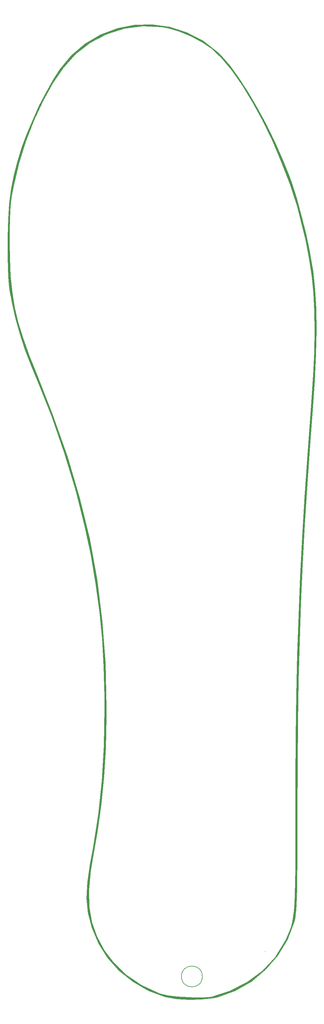
<source format=gbr>
G04 #@! TF.FileFunction,Profile,NP*
%FSLAX46Y46*%
G04 Gerber Fmt 4.6, Leading zero omitted, Abs format (unit mm)*
G04 Created by KiCad (PCBNEW 4.0.6) date 04/30/18 12:33:03*
%MOMM*%
%LPD*%
G01*
G04 APERTURE LIST*
%ADD10C,0.100000*%
%ADD11C,0.150000*%
%ADD12C,0.010000*%
G04 APERTURE END LIST*
D10*
D11*
X74600000Y-294500000D02*
G75*
G03X74600000Y-294500000I-3000000J0D01*
G01*
X92700000Y-287300000D02*
X92700000Y-287400000D01*
D12*
G36*
X55125282Y-21467256D02*
X50154032Y-22439642D01*
X45389222Y-24237000D01*
X40944571Y-26847488D01*
X36933801Y-30259267D01*
X33707339Y-34120413D01*
X31835705Y-37037468D01*
X29806823Y-40651127D01*
X27755315Y-44684818D01*
X25815805Y-48861970D01*
X24122913Y-52906012D01*
X22844921Y-56436432D01*
X21480132Y-60875718D01*
X20441452Y-64893544D01*
X19690057Y-68754739D01*
X19187127Y-72724132D01*
X18893839Y-77066555D01*
X18771370Y-82046835D01*
X18761516Y-84292000D01*
X18775928Y-88188553D01*
X18829291Y-91286261D01*
X18936792Y-93801998D01*
X19113622Y-95952642D01*
X19374969Y-97955068D01*
X19736022Y-100026152D01*
X19933966Y-101032837D01*
X20962361Y-105627519D01*
X22187177Y-110068194D01*
X23695612Y-114621978D01*
X25574862Y-119555989D01*
X27459392Y-124086232D01*
X31339650Y-133813822D01*
X34920339Y-144115146D01*
X38097931Y-154650522D01*
X40768898Y-165080268D01*
X42580606Y-173700000D01*
X44003770Y-181986181D01*
X45078741Y-189839124D01*
X45834568Y-197582854D01*
X46300304Y-205541396D01*
X46504999Y-214038775D01*
X46520306Y-217642000D01*
X46322706Y-228261506D01*
X45724334Y-238262100D01*
X44694778Y-247970960D01*
X43203630Y-257715264D01*
X42383322Y-262150515D01*
X41582098Y-267399866D01*
X41380355Y-272043451D01*
X41802093Y-276312809D01*
X42871316Y-280439478D01*
X44612024Y-284654997D01*
X44744523Y-284928466D01*
X47292114Y-289045469D01*
X50655207Y-292774463D01*
X54666078Y-295983402D01*
X59157001Y-298540244D01*
X63960252Y-300312945D01*
X64449731Y-300441608D01*
X67353157Y-300931638D01*
X70786049Y-301138640D01*
X74321317Y-301063622D01*
X77531870Y-300707593D01*
X78948000Y-300407351D01*
X84008623Y-298577581D01*
X88652658Y-295909122D01*
X92770465Y-292510740D01*
X96252404Y-288491201D01*
X98988833Y-283959271D01*
X100870111Y-279023715D01*
X101002727Y-278528672D01*
X101179972Y-277721762D01*
X101329969Y-276729661D01*
X101454914Y-275467309D01*
X101557002Y-273849643D01*
X101638430Y-271791604D01*
X101701393Y-269208131D01*
X101748087Y-266014163D01*
X101780708Y-262124638D01*
X101801451Y-257454497D01*
X101812514Y-251918678D01*
X101815811Y-247032672D01*
X101854829Y-233828264D01*
X101969357Y-221440384D01*
X102166904Y-209671841D01*
X102454977Y-198325441D01*
X102841083Y-187203991D01*
X103332731Y-176110300D01*
X103937428Y-164847174D01*
X104662682Y-153217421D01*
X105516001Y-141023848D01*
X106193797Y-132044000D01*
X106777991Y-123542503D01*
X107139133Y-115928647D01*
X107275628Y-109173407D01*
X106798290Y-109173407D01*
X106678804Y-115285763D01*
X106364686Y-122062221D01*
X105863183Y-129649418D01*
X105682050Y-132044000D01*
X104731727Y-144794816D01*
X103915502Y-156850134D01*
X103225856Y-168407659D01*
X102655267Y-179665099D01*
X102196214Y-190820160D01*
X101841177Y-202070548D01*
X101582635Y-213613971D01*
X101413067Y-225648136D01*
X101324951Y-238370748D01*
X101307811Y-247032672D01*
X101304283Y-253462244D01*
X101292658Y-258965058D01*
X101265659Y-263630354D01*
X101216010Y-267547373D01*
X101136434Y-270805358D01*
X101019654Y-273493548D01*
X100858394Y-275701186D01*
X100645376Y-277517512D01*
X100373325Y-279031767D01*
X100034962Y-280333193D01*
X99623012Y-281511030D01*
X99130198Y-282654520D01*
X98549242Y-283852904D01*
X98258292Y-284431536D01*
X95409913Y-288969662D01*
X91781876Y-292881097D01*
X87420456Y-296130835D01*
X82371929Y-298683868D01*
X77170000Y-300384755D01*
X76261468Y-300475287D01*
X74595304Y-300519654D01*
X72428979Y-300514384D01*
X70566000Y-300473832D01*
X67259642Y-300293707D01*
X64650559Y-299949294D01*
X62426969Y-299394874D01*
X61816828Y-299190790D01*
X57084917Y-297003717D01*
X52717533Y-293962147D01*
X48896543Y-290211029D01*
X46449226Y-286942844D01*
X44304481Y-283027588D01*
X42859614Y-278928039D01*
X42096591Y-274506344D01*
X41997379Y-269624648D01*
X42543946Y-264145098D01*
X43065526Y-261076000D01*
X44503101Y-252819594D01*
X45588916Y-244926422D01*
X46351052Y-237085090D01*
X46817591Y-228984211D01*
X47016615Y-220312392D01*
X47028306Y-217134000D01*
X46739340Y-204612820D01*
X45868066Y-192531369D01*
X44382367Y-180735663D01*
X42250122Y-169071721D01*
X39439212Y-157385558D01*
X35917519Y-145523190D01*
X31652924Y-133330636D01*
X27194225Y-122046980D01*
X24925180Y-116387676D01*
X23115495Y-111385732D01*
X21718274Y-106817620D01*
X20686621Y-102459814D01*
X19973641Y-98088785D01*
X19532437Y-93481007D01*
X19316114Y-88412953D01*
X19273251Y-84292000D01*
X19286446Y-80391539D01*
X19339008Y-77290818D01*
X19445918Y-74773867D01*
X19622158Y-72624718D01*
X19882707Y-70627402D01*
X20242547Y-68565952D01*
X20430244Y-67612432D01*
X21965359Y-61190204D01*
X23931592Y-54883580D01*
X26259742Y-48839690D01*
X28880607Y-43205667D01*
X31724988Y-38128643D01*
X34723683Y-33755748D01*
X37807491Y-30234116D01*
X38178333Y-29877265D01*
X42433213Y-26545980D01*
X47171471Y-24058257D01*
X52257215Y-22452363D01*
X57554557Y-21766565D01*
X62927605Y-22039129D01*
X64825996Y-22373278D01*
X67977203Y-23307993D01*
X71417235Y-24774699D01*
X74729757Y-26573945D01*
X77309287Y-28353508D01*
X80126313Y-31009716D01*
X83065573Y-34540366D01*
X86062977Y-38821132D01*
X89054438Y-43727686D01*
X91975866Y-49135701D01*
X94763172Y-54920851D01*
X97352266Y-60958809D01*
X99679060Y-67125249D01*
X101679465Y-73295842D01*
X103021958Y-78233720D01*
X104222501Y-83440849D01*
X105184917Y-88432255D01*
X105916455Y-93354577D01*
X106424364Y-98354451D01*
X106715892Y-103578515D01*
X106798290Y-109173407D01*
X107275628Y-109173407D01*
X107277135Y-109098839D01*
X107191908Y-102949485D01*
X106883365Y-97376993D01*
X106351417Y-92277771D01*
X106158788Y-90896000D01*
X105382744Y-86460191D01*
X104304458Y-81453577D01*
X103015738Y-76239759D01*
X101608395Y-71182339D01*
X100174239Y-66644920D01*
X99681138Y-65242000D01*
X97774463Y-60392670D01*
X95538778Y-55380796D01*
X93060990Y-50357731D01*
X90428006Y-45474831D01*
X87726730Y-40883451D01*
X85044069Y-36734947D01*
X82466929Y-33180673D01*
X80082216Y-30371985D01*
X79097914Y-29394319D01*
X74800271Y-26064239D01*
X70140466Y-23618333D01*
X65232220Y-22044761D01*
X60189252Y-21331682D01*
X55125282Y-21467256D01*
X55125282Y-21467256D01*
G37*
X55125282Y-21467256D02*
X50154032Y-22439642D01*
X45389222Y-24237000D01*
X40944571Y-26847488D01*
X36933801Y-30259267D01*
X33707339Y-34120413D01*
X31835705Y-37037468D01*
X29806823Y-40651127D01*
X27755315Y-44684818D01*
X25815805Y-48861970D01*
X24122913Y-52906012D01*
X22844921Y-56436432D01*
X21480132Y-60875718D01*
X20441452Y-64893544D01*
X19690057Y-68754739D01*
X19187127Y-72724132D01*
X18893839Y-77066555D01*
X18771370Y-82046835D01*
X18761516Y-84292000D01*
X18775928Y-88188553D01*
X18829291Y-91286261D01*
X18936792Y-93801998D01*
X19113622Y-95952642D01*
X19374969Y-97955068D01*
X19736022Y-100026152D01*
X19933966Y-101032837D01*
X20962361Y-105627519D01*
X22187177Y-110068194D01*
X23695612Y-114621978D01*
X25574862Y-119555989D01*
X27459392Y-124086232D01*
X31339650Y-133813822D01*
X34920339Y-144115146D01*
X38097931Y-154650522D01*
X40768898Y-165080268D01*
X42580606Y-173700000D01*
X44003770Y-181986181D01*
X45078741Y-189839124D01*
X45834568Y-197582854D01*
X46300304Y-205541396D01*
X46504999Y-214038775D01*
X46520306Y-217642000D01*
X46322706Y-228261506D01*
X45724334Y-238262100D01*
X44694778Y-247970960D01*
X43203630Y-257715264D01*
X42383322Y-262150515D01*
X41582098Y-267399866D01*
X41380355Y-272043451D01*
X41802093Y-276312809D01*
X42871316Y-280439478D01*
X44612024Y-284654997D01*
X44744523Y-284928466D01*
X47292114Y-289045469D01*
X50655207Y-292774463D01*
X54666078Y-295983402D01*
X59157001Y-298540244D01*
X63960252Y-300312945D01*
X64449731Y-300441608D01*
X67353157Y-300931638D01*
X70786049Y-301138640D01*
X74321317Y-301063622D01*
X77531870Y-300707593D01*
X78948000Y-300407351D01*
X84008623Y-298577581D01*
X88652658Y-295909122D01*
X92770465Y-292510740D01*
X96252404Y-288491201D01*
X98988833Y-283959271D01*
X100870111Y-279023715D01*
X101002727Y-278528672D01*
X101179972Y-277721762D01*
X101329969Y-276729661D01*
X101454914Y-275467309D01*
X101557002Y-273849643D01*
X101638430Y-271791604D01*
X101701393Y-269208131D01*
X101748087Y-266014163D01*
X101780708Y-262124638D01*
X101801451Y-257454497D01*
X101812514Y-251918678D01*
X101815811Y-247032672D01*
X101854829Y-233828264D01*
X101969357Y-221440384D01*
X102166904Y-209671841D01*
X102454977Y-198325441D01*
X102841083Y-187203991D01*
X103332731Y-176110300D01*
X103937428Y-164847174D01*
X104662682Y-153217421D01*
X105516001Y-141023848D01*
X106193797Y-132044000D01*
X106777991Y-123542503D01*
X107139133Y-115928647D01*
X107275628Y-109173407D01*
X106798290Y-109173407D01*
X106678804Y-115285763D01*
X106364686Y-122062221D01*
X105863183Y-129649418D01*
X105682050Y-132044000D01*
X104731727Y-144794816D01*
X103915502Y-156850134D01*
X103225856Y-168407659D01*
X102655267Y-179665099D01*
X102196214Y-190820160D01*
X101841177Y-202070548D01*
X101582635Y-213613971D01*
X101413067Y-225648136D01*
X101324951Y-238370748D01*
X101307811Y-247032672D01*
X101304283Y-253462244D01*
X101292658Y-258965058D01*
X101265659Y-263630354D01*
X101216010Y-267547373D01*
X101136434Y-270805358D01*
X101019654Y-273493548D01*
X100858394Y-275701186D01*
X100645376Y-277517512D01*
X100373325Y-279031767D01*
X100034962Y-280333193D01*
X99623012Y-281511030D01*
X99130198Y-282654520D01*
X98549242Y-283852904D01*
X98258292Y-284431536D01*
X95409913Y-288969662D01*
X91781876Y-292881097D01*
X87420456Y-296130835D01*
X82371929Y-298683868D01*
X77170000Y-300384755D01*
X76261468Y-300475287D01*
X74595304Y-300519654D01*
X72428979Y-300514384D01*
X70566000Y-300473832D01*
X67259642Y-300293707D01*
X64650559Y-299949294D01*
X62426969Y-299394874D01*
X61816828Y-299190790D01*
X57084917Y-297003717D01*
X52717533Y-293962147D01*
X48896543Y-290211029D01*
X46449226Y-286942844D01*
X44304481Y-283027588D01*
X42859614Y-278928039D01*
X42096591Y-274506344D01*
X41997379Y-269624648D01*
X42543946Y-264145098D01*
X43065526Y-261076000D01*
X44503101Y-252819594D01*
X45588916Y-244926422D01*
X46351052Y-237085090D01*
X46817591Y-228984211D01*
X47016615Y-220312392D01*
X47028306Y-217134000D01*
X46739340Y-204612820D01*
X45868066Y-192531369D01*
X44382367Y-180735663D01*
X42250122Y-169071721D01*
X39439212Y-157385558D01*
X35917519Y-145523190D01*
X31652924Y-133330636D01*
X27194225Y-122046980D01*
X24925180Y-116387676D01*
X23115495Y-111385732D01*
X21718274Y-106817620D01*
X20686621Y-102459814D01*
X19973641Y-98088785D01*
X19532437Y-93481007D01*
X19316114Y-88412953D01*
X19273251Y-84292000D01*
X19286446Y-80391539D01*
X19339008Y-77290818D01*
X19445918Y-74773867D01*
X19622158Y-72624718D01*
X19882707Y-70627402D01*
X20242547Y-68565952D01*
X20430244Y-67612432D01*
X21965359Y-61190204D01*
X23931592Y-54883580D01*
X26259742Y-48839690D01*
X28880607Y-43205667D01*
X31724988Y-38128643D01*
X34723683Y-33755748D01*
X37807491Y-30234116D01*
X38178333Y-29877265D01*
X42433213Y-26545980D01*
X47171471Y-24058257D01*
X52257215Y-22452363D01*
X57554557Y-21766565D01*
X62927605Y-22039129D01*
X64825996Y-22373278D01*
X67977203Y-23307993D01*
X71417235Y-24774699D01*
X74729757Y-26573945D01*
X77309287Y-28353508D01*
X80126313Y-31009716D01*
X83065573Y-34540366D01*
X86062977Y-38821132D01*
X89054438Y-43727686D01*
X91975866Y-49135701D01*
X94763172Y-54920851D01*
X97352266Y-60958809D01*
X99679060Y-67125249D01*
X101679465Y-73295842D01*
X103021958Y-78233720D01*
X104222501Y-83440849D01*
X105184917Y-88432255D01*
X105916455Y-93354577D01*
X106424364Y-98354451D01*
X106715892Y-103578515D01*
X106798290Y-109173407D01*
X107275628Y-109173407D01*
X107277135Y-109098839D01*
X107191908Y-102949485D01*
X106883365Y-97376993D01*
X106351417Y-92277771D01*
X106158788Y-90896000D01*
X105382744Y-86460191D01*
X104304458Y-81453577D01*
X103015738Y-76239759D01*
X101608395Y-71182339D01*
X100174239Y-66644920D01*
X99681138Y-65242000D01*
X97774463Y-60392670D01*
X95538778Y-55380796D01*
X93060990Y-50357731D01*
X90428006Y-45474831D01*
X87726730Y-40883451D01*
X85044069Y-36734947D01*
X82466929Y-33180673D01*
X80082216Y-30371985D01*
X79097914Y-29394319D01*
X74800271Y-26064239D01*
X70140466Y-23618333D01*
X65232220Y-22044761D01*
X60189252Y-21331682D01*
X55125282Y-21467256D01*
M02*

</source>
